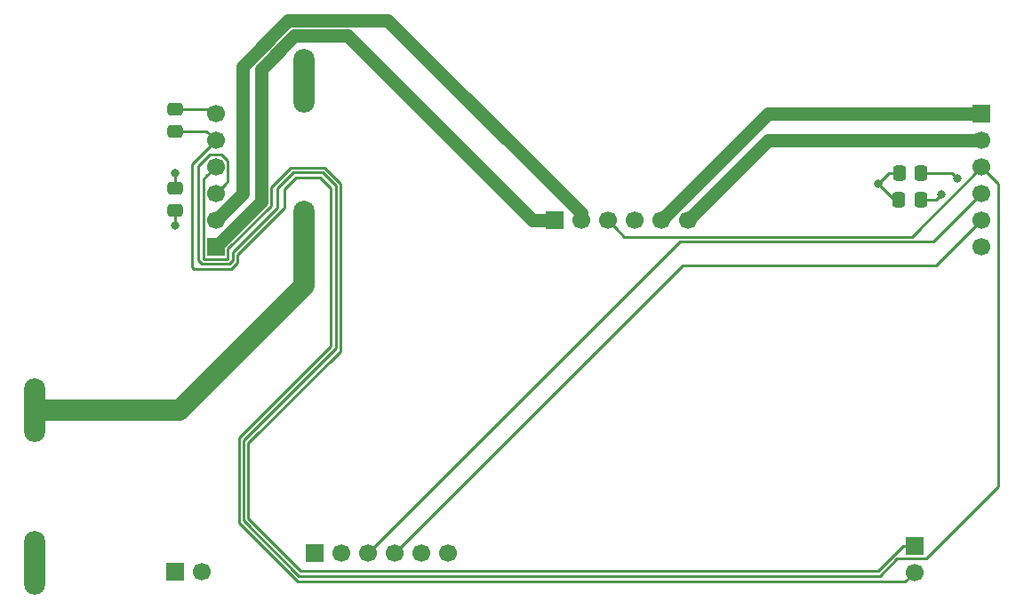
<source format=gbr>
G04 #@! TF.GenerationSoftware,KiCad,Pcbnew,9.0.4*
G04 #@! TF.CreationDate,2025-08-30T14:04:45-07:00*
G04 #@! TF.ProjectId,romi_board_bottom,726f6d69-5f62-46f6-9172-645f626f7474,rev?*
G04 #@! TF.SameCoordinates,Original*
G04 #@! TF.FileFunction,Copper,L1,Top*
G04 #@! TF.FilePolarity,Positive*
%FSLAX46Y46*%
G04 Gerber Fmt 4.6, Leading zero omitted, Abs format (unit mm)*
G04 Created by KiCad (PCBNEW 9.0.4) date 2025-08-30 14:04:45*
%MOMM*%
%LPD*%
G01*
G04 APERTURE LIST*
G04 Aperture macros list*
%AMRoundRect*
0 Rectangle with rounded corners*
0 $1 Rounding radius*
0 $2 $3 $4 $5 $6 $7 $8 $9 X,Y pos of 4 corners*
0 Add a 4 corners polygon primitive as box body*
4,1,4,$2,$3,$4,$5,$6,$7,$8,$9,$2,$3,0*
0 Add four circle primitives for the rounded corners*
1,1,$1+$1,$2,$3*
1,1,$1+$1,$4,$5*
1,1,$1+$1,$6,$7*
1,1,$1+$1,$8,$9*
0 Add four rect primitives between the rounded corners*
20,1,$1+$1,$2,$3,$4,$5,0*
20,1,$1+$1,$4,$5,$6,$7,0*
20,1,$1+$1,$6,$7,$8,$9,0*
20,1,$1+$1,$8,$9,$2,$3,0*%
G04 Aperture macros list end*
G04 #@! TA.AperFunction,ComponentPad*
%ADD10R,1.700000X1.700000*%
G04 #@! TD*
G04 #@! TA.AperFunction,ComponentPad*
%ADD11C,1.700000*%
G04 #@! TD*
G04 #@! TA.AperFunction,ComponentPad*
%ADD12O,2.020000X6.080000*%
G04 #@! TD*
G04 #@! TA.AperFunction,SMDPad,CuDef*
%ADD13RoundRect,0.250000X0.337500X0.475000X-0.337500X0.475000X-0.337500X-0.475000X0.337500X-0.475000X0*%
G04 #@! TD*
G04 #@! TA.AperFunction,SMDPad,CuDef*
%ADD14RoundRect,0.250000X0.475000X-0.337500X0.475000X0.337500X-0.475000X0.337500X-0.475000X-0.337500X0*%
G04 #@! TD*
G04 #@! TA.AperFunction,ViaPad*
%ADD15C,0.800000*%
G04 #@! TD*
G04 #@! TA.AperFunction,Conductor*
%ADD16C,2.000000*%
G04 #@! TD*
G04 #@! TA.AperFunction,Conductor*
%ADD17C,0.250000*%
G04 #@! TD*
G04 #@! TA.AperFunction,Conductor*
%ADD18C,1.250000*%
G04 #@! TD*
G04 APERTURE END LIST*
D10*
X64872122Y-114010976D03*
D11*
X64872122Y-111470976D03*
X64872122Y-108930976D03*
X64872122Y-106390976D03*
X64872122Y-103850976D03*
X64872122Y-101310976D03*
D12*
X73332122Y-112660976D03*
X73332122Y-98160976D03*
X47672122Y-144130976D03*
X47672122Y-129630976D03*
D10*
X97132122Y-111470976D03*
D11*
X99672122Y-111470976D03*
X102212122Y-111470976D03*
X104752122Y-111470976D03*
X107292122Y-111470976D03*
X109832122Y-111470976D03*
D10*
X137842122Y-101310976D03*
D11*
X137842122Y-103850976D03*
X137842122Y-106390976D03*
X137842122Y-108930976D03*
X137842122Y-111470976D03*
X137842122Y-114010976D03*
D10*
X74272122Y-143220976D03*
D11*
X76812122Y-143220976D03*
X79352122Y-143220976D03*
X81892122Y-143220976D03*
X84432122Y-143220976D03*
X86972122Y-143220976D03*
D10*
X131422122Y-142580976D03*
D11*
X131422122Y-145120976D03*
D13*
X132075000Y-107000000D03*
X130000000Y-107000000D03*
D14*
X61000000Y-103000000D03*
X61000000Y-100925000D03*
D13*
X132037500Y-109500000D03*
X129962500Y-109500000D03*
D10*
X61000000Y-145000000D03*
D11*
X63540000Y-145000000D03*
D14*
X61000000Y-110500000D03*
X61000000Y-108425000D03*
D15*
X128000000Y-108000000D03*
X61000000Y-107000000D03*
X135500000Y-107500000D03*
X134000000Y-109000000D03*
X61000000Y-112000000D03*
D16*
X73332122Y-117700976D02*
X61402122Y-129630976D01*
X73332122Y-112660976D02*
X73332122Y-117700976D01*
X61402122Y-129630976D02*
X47700010Y-129630976D01*
D17*
X129500000Y-109500000D02*
X128000000Y-108000000D01*
X61000000Y-108425000D02*
X61000000Y-107000000D01*
X64486146Y-100925000D02*
X64872122Y-101310976D01*
X130000000Y-107000000D02*
X129000000Y-107000000D01*
X129000000Y-107000000D02*
X128000000Y-108000000D01*
X129962500Y-109500000D02*
X129500000Y-109500000D01*
X61000000Y-100925000D02*
X64486146Y-100925000D01*
X133277111Y-113495987D02*
X109077111Y-113495987D01*
X80202121Y-142370977D02*
X79352122Y-143220976D01*
X137842122Y-108930976D02*
X133277111Y-113495987D01*
X109077111Y-113495987D02*
X80202121Y-142370977D01*
X135000000Y-107000000D02*
X135500000Y-107500000D01*
X132075000Y-107000000D02*
X135000000Y-107000000D01*
X132037500Y-109500000D02*
X133500000Y-109500000D01*
X133500000Y-109500000D02*
X134000000Y-109000000D01*
X136992123Y-112320975D02*
X137842122Y-111470976D01*
X109324122Y-115788976D02*
X133524122Y-115788976D01*
X133524122Y-115788976D02*
X136992123Y-112320975D01*
X81892122Y-143220976D02*
X109324122Y-115788976D01*
X70142130Y-110084485D02*
X66047123Y-114179490D01*
X65982123Y-115185977D02*
X63762121Y-115185977D01*
X61000000Y-112000000D02*
X61000000Y-110500000D01*
X64022123Y-107240975D02*
X64872122Y-106390976D01*
X67975116Y-132756804D02*
X76754134Y-123977786D01*
X63697121Y-107565977D02*
X64022123Y-107240975D01*
X76754134Y-123977786D02*
X76754133Y-107982576D01*
X66047123Y-114179490D02*
X66047123Y-115120977D01*
X72992131Y-144945985D02*
X67975116Y-139928970D01*
X75220522Y-106448965D02*
X72053722Y-106448965D01*
X67975116Y-139928970D02*
X67975116Y-132756804D01*
X70142130Y-108360557D02*
X70142130Y-110084485D01*
X63697121Y-115120977D02*
X63697121Y-107565977D01*
X76754133Y-107982576D02*
X75220522Y-106448965D01*
X66047123Y-115120977D02*
X65982123Y-115185977D01*
X63762121Y-115185977D02*
X63697121Y-115120977D01*
X127957112Y-144945985D02*
X72992131Y-144945985D01*
X130322122Y-142580976D02*
X127957112Y-144945985D01*
X72053722Y-106448965D02*
X70142130Y-108360557D01*
X131422122Y-142580976D02*
X130322122Y-142580976D01*
X72661415Y-145970975D02*
X67075094Y-140384654D01*
X64021146Y-103000000D02*
X64872122Y-103850976D01*
X67075094Y-140384654D02*
X67075094Y-132255593D01*
X62611549Y-106111549D02*
X64872122Y-103850976D01*
X71420131Y-110258967D02*
X66947143Y-114731955D01*
X62756732Y-116085997D02*
X62611549Y-115940814D01*
X75796122Y-123534565D02*
X75796122Y-108422976D01*
X130572123Y-145970975D02*
X72661415Y-145970975D01*
X66354922Y-116085997D02*
X62756732Y-116085997D01*
X62611549Y-115940814D02*
X62611549Y-106111549D01*
X61000000Y-103000000D02*
X64021146Y-103000000D01*
X71420131Y-108480967D02*
X71420131Y-110258967D01*
X67075094Y-132255593D02*
X75796122Y-123534565D01*
X131422122Y-145120976D02*
X130572123Y-145970975D01*
X72494122Y-107406976D02*
X71420131Y-108480967D01*
X66947143Y-114731955D02*
X66947141Y-115493779D01*
X75796122Y-108422976D02*
X74780122Y-107406976D01*
X74780122Y-107406976D02*
X72494122Y-107406976D01*
X66947141Y-115493779D02*
X66354922Y-116085997D01*
D18*
X72406351Y-93895966D02*
X69192122Y-97110195D01*
X69192122Y-109690976D02*
X64872122Y-114010976D01*
X95032122Y-111470976D02*
X77457112Y-93895966D01*
X97132122Y-111470976D02*
X95032122Y-111470976D01*
X69192122Y-97110195D02*
X69192122Y-109690976D01*
X77457112Y-93895966D02*
X72406351Y-93895966D01*
X67414122Y-108928976D02*
X65722121Y-110620977D01*
X81292103Y-92445955D02*
X71805737Y-92445955D01*
X99672122Y-111470976D02*
X99672122Y-110825974D01*
X71805737Y-92445955D02*
X67414122Y-96837570D01*
X65722121Y-110620977D02*
X64872122Y-111470976D01*
X99672122Y-110825974D02*
X81292103Y-92445955D01*
X67414122Y-96837570D02*
X67414122Y-108928976D01*
D17*
X131187121Y-113045977D02*
X103787123Y-113045977D01*
X63247111Y-106276986D02*
X64308121Y-105215975D01*
X64308121Y-105215975D02*
X65436123Y-105215975D01*
X132532123Y-143755977D02*
X129783531Y-143755977D01*
X67525105Y-132441993D02*
X76304122Y-123662976D01*
X63247110Y-115307377D02*
X63247111Y-106276986D01*
X66047123Y-105826975D02*
X66047123Y-107755975D01*
X66497132Y-115307378D02*
X66168523Y-115635987D01*
X65436123Y-105215975D02*
X66047123Y-105826975D01*
X66168523Y-115635987D02*
X63575721Y-115635988D01*
X76304122Y-123662976D02*
X76304122Y-108168976D01*
X139417123Y-107965977D02*
X139417123Y-136870977D01*
X72805731Y-145395996D02*
X67525105Y-140115370D01*
X103787123Y-113045977D02*
X103062121Y-112320975D01*
X75034122Y-106898976D02*
X72240122Y-106898976D01*
X67525105Y-140115370D02*
X67525105Y-132441993D01*
X65722121Y-108080977D02*
X64872122Y-108930976D01*
X70716122Y-108422976D02*
X70716122Y-110326566D01*
X66047123Y-107755975D02*
X65722121Y-108080977D01*
X128143512Y-145395996D02*
X72805731Y-145395996D01*
X139417123Y-136870977D02*
X132532123Y-143755977D01*
X72240122Y-106898976D02*
X70716122Y-108422976D01*
X103062121Y-112320975D02*
X102212122Y-111470976D01*
X70716122Y-110326566D02*
X66497133Y-114545555D01*
X137842122Y-106390976D02*
X139417123Y-107965977D01*
X63575721Y-115635988D02*
X63247110Y-115307377D01*
X129783531Y-143755977D02*
X128143512Y-145395996D01*
X137842122Y-106390976D02*
X131187121Y-113045977D01*
X76304122Y-108168976D02*
X75034122Y-106898976D01*
X66497133Y-114545555D02*
X66497132Y-115307378D01*
D18*
X137842122Y-101310976D02*
X117452122Y-101310976D01*
X117452122Y-101310976D02*
X107292122Y-111470976D01*
X109832122Y-111470976D02*
X117452122Y-103850976D01*
X117452122Y-103850976D02*
X137842122Y-103850976D01*
M02*

</source>
